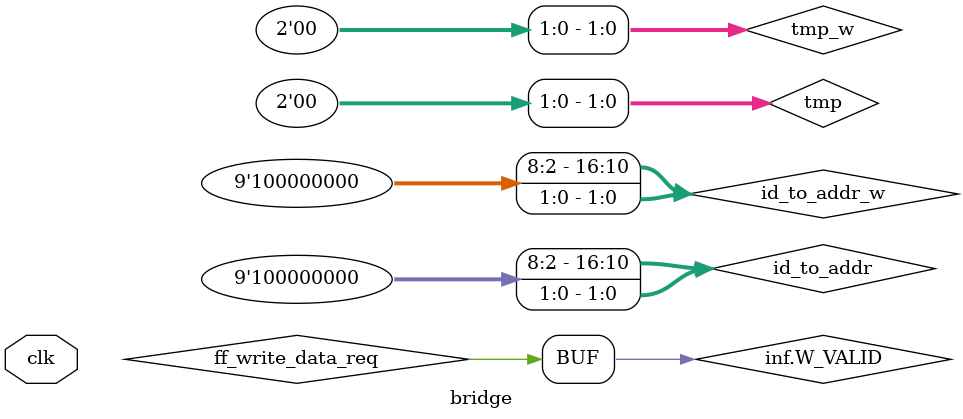
<source format=sv>
module bridge(input clk, INF.bridge_inf inf);
/* 		input	rst_n,
		input	C_addr,
		input	C_data_w,
		input	C_in_valid,
		input	C_r_wb,
		
		input	AR_READY,
		input	R_VALID,
		input	R_DATA,
		input	R_RESP,?????????????????
		input	AW_READY,
		input	W_READY,
		input	B_VALID,
		input	B_RESP,
		
		output	C_out_valid,
		output	C_data_r,
		
		output	AR_VALID,
		output	AR_ADDR,
		output	R_READY,
		
		output	AW_VALID,
		output	AW_ADDR,
		output	W_VALID,
		output	W_DATA,
		output	B_READY
 */
logic 		ff_read_req;
logic 		ff_write_req;
logic		ff_write_data_req;
logic 		ff_wait_rvalid;
logic 		ff_wait_wready;
logic 		ff_wait_bresp;
logic[16:0] id_to_addr, id_to_addr_w;
logic[9:0]	tmp, tmp_w;
logic[15:0]	ff_addr;

always_comb begin
	//tmp			= {inf.C_addr, 2'b00};
	tmp			= {ff_addr, 2'b00};
	id_to_addr 	= {1'd1, 6'd0, tmp};
end
always_comb begin
	//tmp_w			= {inf.C_data_w[31:24], 2'b00};
	tmp_w			= {ff_addr[7:0], 2'b00};
	id_to_addr_w 	= {1'd1, 6'd0, tmp_w};
end


always_ff@(negedge inf.rst_n or posedge clk)begin
	if(!inf.rst_n)	ff_addr <= 	0;
	else			ff_addr <= inf.C_r_wb ? inf.C_addr : {8'd0, inf.C_data_w[31:24]};
end
//read address
always_ff@(negedge inf.rst_n or posedge clk)begin
	if(!inf.rst_n)	ff_read_req <= 	0;
	else 			ff_read_req <= 	inf.C_in_valid && inf.C_r_wb == 1'b1 	? 1 : 
									inf.AR_READY 							? 0 : ff_read_req;
end

always_comb begin
	inf.AR_VALID 	= ff_read_req ? 1 : 0;
	inf.AR_ADDR 	= ff_read_req ? id_to_addr : 0;
end
//		output	AW_VALID,
//		output	AW_ADDR,
//write address
always_ff@(negedge inf.rst_n or posedge clk)begin
	if(!inf.rst_n)	ff_write_req <= 	0;
	else 			ff_write_req <= 	inf.C_in_valid && inf.C_r_wb == 1'b0	? 1 : 
										inf.AW_READY 							? 0 : ff_write_req;
end

always_comb begin
	inf.AW_VALID 	= ff_write_req ? 1 : 0;
	inf.AW_ADDR 	= ff_write_req ? id_to_addr_w : 0;
end


//read data
always_ff@(negedge inf.rst_n or posedge clk)begin
	if(!inf.rst_n)	ff_wait_rvalid <= 	0;
	else 			ff_wait_rvalid <= 	inf.AR_READY 	? 1 ://addr ready -> rready can be high until rvalid is high 
										inf.R_VALID 	? 0 : ff_wait_rvalid;
end

always_comb begin
	inf.R_READY		= ff_wait_rvalid ? 1 : 0;
end



//write data
always_ff@(negedge inf.rst_n or posedge clk)begin
	if(!inf.rst_n)	ff_write_data_req <= 	0;
	else			ff_write_data_req <= 	inf.AW_READY 	? 1 : 
											inf.W_READY		? 0 : ff_write_data_req;
end

/* always_ff@(negedge inf.rst_n or posedge clk)begin
	if(!inf.rst_n)	ff_wait_wready <= 	0;
	else			ff_wait_wready <= 	inf.AW_VALID 	? 1	:
										inf.W_READY		? 0	: ff_wait_wready;
		
end
 */
logic [31:0] ff_w_data;
/* always_ff@(negedge inf.rst_n or posedge clk)begin
	if(!inf.rst_n)	ff_w_data <= 0;
	else 			ff_w_data <= 	inf.W_READY ? {inf.C_data_w[7:0], inf.C_data_w[15:8], inf.C_data_w[23:16], inf.C_data_w[31:24]}:
									inf.R_VALID || inf.B_VALID ? {inf.R_DATA[7:0], inf.R_DATA[15:8], inf.R_DATA[23:16], inf.R_DATA[31:24]}:
									ff_w_data;
end
 */


always_ff@(negedge inf.rst_n or posedge clk)begin
	if(!inf.rst_n)	ff_w_data <= 0;
	else 			ff_w_data <= {inf.C_data_w[7:0], inf.C_data_w[15:8], inf.C_data_w[23:16], inf.C_data_w[31:24]}; 
end

always_comb begin
	//inf.W_DATA 	= {inf.C_data_w[7:0], inf.C_data_w[15:8], inf.C_data_w[23:16], inf.C_data_w[31:24]};
	inf.W_DATA 	= ff_w_data;
	inf.W_VALID = ff_write_data_req;
end

always_ff@(negedge inf.rst_n or posedge clk)begin
	if(!inf.rst_n)	ff_wait_bresp <= 	0;
	else 			ff_wait_bresp <= 	inf.AW_READY 	? 1 :
										inf.B_VALID 	? 0 : ff_wait_bresp;
end

always_comb begin
	inf.B_READY = ff_wait_bresp;
end

//output to farm
logic 			ff_r_valid;
logic [31:0]	ff_c_data_r;
always_ff@(negedge inf.rst_n or posedge clk)begin
	if(!inf.rst_n)	ff_r_valid <= 	0;
	else 			ff_r_valid <= 	inf.R_VALID || inf.B_VALID;
end
always_ff@(negedge inf.rst_n or posedge clk)begin
	if(!inf.rst_n)	ff_c_data_r <= 	0;
	else 			ff_c_data_r <= 	inf.R_VALID || inf.B_VALID ? 
									{inf.R_DATA[7:0], inf.R_DATA[15:8], inf.R_DATA[23:16], inf.R_DATA[31:24]} : ff_c_data_r;
end

always_comb begin
	//inf.C_out_valid	= inf.R_VALID || inf.B_VALID;
	inf.C_out_valid	= ff_r_valid;
	//inf.C_data_r	= {inf.R_DATA[7:0], inf.R_DATA[15:8], inf.R_DATA[23:16], inf.R_DATA[31:24]};
	inf.C_data_r	= ff_c_data_r;
	//inf.C_data_r	= ff_w_data;
	//inf.C_data_r	= inf.R_DATA;
end


endmodule
</source>
